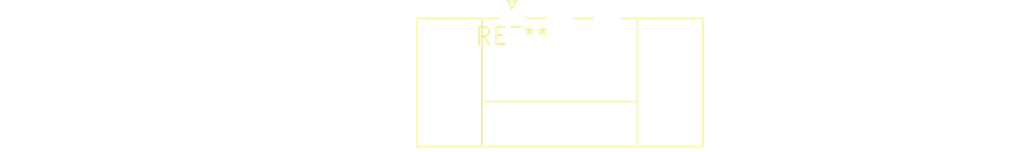
<source format=kicad_pcb>
(kicad_pcb (version 20240108) (generator pcbnew)
  (layers (0 "F.Cu" signal) (31 "B.Cu" signal) (34 "B.Paste" user) (35 "F.Paste" user) (36 "B.SilkS" user "B.Silkscreen") (37 "F.SilkS" user "F.Silkscreen") (38 "B.Mask" user) (39 "F.Mask" user) (44 "Edge.Cuts" user))
  (net 0 "")
  (footprint "PhoenixContact_MC_1,5_3-GF-3.5_1x03_P3.50mm_Horizontal_ThreadedFlange" (layer "F.Cu") (at 0 0)
    (property "Reference" "REF**")
    (property "Value" "PhoenixContact_MC_1,5_3-GF-3.5_1x03_P3.50mm_Horizontal_ThreadedFlange")
    (fp_line (start -7.01 -1.31) (end -7.01 8.11) (layer "F.SilkS") (stroke (width 0.12)))
    (fp_line (start -7.01 -1.31) (end -1.05 -1.31) (layer "F.SilkS") (stroke (width 0.12)))
    (fp_line (start -7.01 8.11) (end 14.01 8.11) (layer "F.SilkS") (stroke (width 0.12)))
    (fp_line (start -2.21 -1.31) (end -2.21 8.11) (layer "F.SilkS") (stroke (width 0.12)))
    (fp_line (start -2.21 4.8) (end 9.21 4.8) (layer "F.SilkS") (stroke (width 0.12)))
    (fp_line (start -0.3 -2.6) (end 0.3 -2.6) (layer "F.SilkS") (stroke (width 0.12)))
    (fp_line (start 0 -2) (end -0.3 -2.6) (layer "F.SilkS") (stroke (width 0.12)))
    (fp_line (start 0.3 -2.6) (end 0 -2) (layer "F.SilkS") (stroke (width 0.12)))
    (fp_line (start 1.05 -1.31) (end 2.45 -1.31) (layer "F.SilkS") (stroke (width 0.12)))
    (fp_line (start 4.55 -1.31) (end 5.95 -1.31) (layer "F.SilkS") (stroke (width 0.12)))
    (fp_line (start 9.21 -1.31) (end 9.21 8.11) (layer "F.SilkS") (stroke (width 0.12)))
    (fp_line (start 14.01 -1.31) (end 8.05 -1.31) (layer "F.SilkS") (stroke (width 0.12)))
    (fp_line (start 14.01 8.11) (end 14.01 -1.31) (layer "F.SilkS") (stroke (width 0.12)))
    (pad "1" thru_hole roundrect (at 0 0) (size 1.8 3.6) (drill 1.2) (layers *.Cu *.Mask) (remove_unused_layers) (roundrect_rratio 0.138889))
    (pad "2" thru_hole oval (at 3.5 0) (size 1.8 3.6) (drill 1.2) (layers *.Cu *.Mask) (remove_unused_layers))
    (pad "3" thru_hole oval (at 7 0) (size 1.8 3.6) (drill 1.2) (layers *.Cu *.Mask) (remove_unused_layers))
  )
)
</source>
